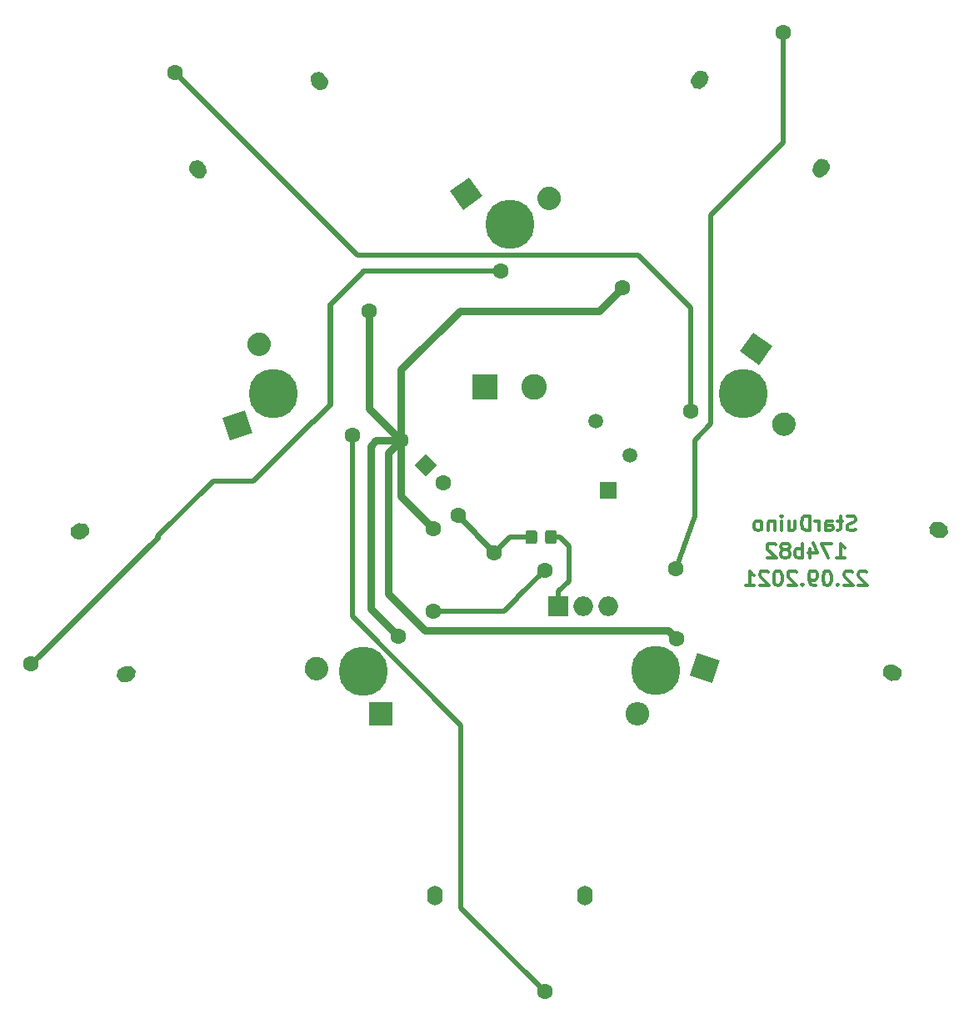
<source format=gbr>
%TF.GenerationSoftware,KiCad,Pcbnew,(5.1.8)-1*%
%TF.CreationDate,2021-10-28T00:16:18+03:00*%
%TF.ProjectId,StarDuino,53746172-4475-4696-9e6f-2e6b69636164,rev?*%
%TF.SameCoordinates,Original*%
%TF.FileFunction,Copper,L2,Bot*%
%TF.FilePolarity,Positive*%
%FSLAX46Y46*%
G04 Gerber Fmt 4.6, Leading zero omitted, Abs format (unit mm)*
G04 Created by KiCad (PCBNEW (5.1.8)-1) date 2021-10-28 00:16:18*
%MOMM*%
%LPD*%
G01*
G04 APERTURE LIST*
%TA.AperFunction,NonConductor*%
%ADD10C,0.300000*%
%TD*%
%TA.AperFunction,ComponentPad*%
%ADD11O,2.400000X2.400000*%
%TD*%
%TA.AperFunction,ComponentPad*%
%ADD12R,2.400000X2.400000*%
%TD*%
%TA.AperFunction,ComponentPad*%
%ADD13C,0.100000*%
%TD*%
%TA.AperFunction,ComponentPad*%
%ADD14R,1.700000X1.700000*%
%TD*%
%TA.AperFunction,ComponentPad*%
%ADD15C,0.800000*%
%TD*%
%TA.AperFunction,ComponentPad*%
%ADD16C,5.000000*%
%TD*%
%TA.AperFunction,ComponentPad*%
%ADD17O,2.000000X2.000000*%
%TD*%
%TA.AperFunction,ComponentPad*%
%ADD18R,2.000000X2.000000*%
%TD*%
%TA.AperFunction,ComponentPad*%
%ADD19C,1.600000*%
%TD*%
%TA.AperFunction,ComponentPad*%
%ADD20R,2.600000X2.600000*%
%TD*%
%TA.AperFunction,ComponentPad*%
%ADD21C,2.600000*%
%TD*%
%TA.AperFunction,ComponentPad*%
%ADD22C,1.500000*%
%TD*%
%TA.AperFunction,ComponentPad*%
%ADD23O,1.600000X2.000000*%
%TD*%
%TA.AperFunction,ViaPad*%
%ADD24C,1.600000*%
%TD*%
%TA.AperFunction,Conductor*%
%ADD25C,0.600000*%
%TD*%
%TA.AperFunction,Conductor*%
%ADD26C,0.500000*%
%TD*%
%TA.AperFunction,Conductor*%
%ADD27C,0.800000*%
%TD*%
G04 APERTURE END LIST*
D10*
X141016857Y-101048428D02*
X140945428Y-100977000D01*
X140802571Y-100905571D01*
X140445428Y-100905571D01*
X140302571Y-100977000D01*
X140231142Y-101048428D01*
X140159714Y-101191285D01*
X140159714Y-101334142D01*
X140231142Y-101548428D01*
X141088285Y-102405571D01*
X140159714Y-102405571D01*
X139588285Y-101048428D02*
X139516857Y-100977000D01*
X139374000Y-100905571D01*
X139016857Y-100905571D01*
X138874000Y-100977000D01*
X138802571Y-101048428D01*
X138731142Y-101191285D01*
X138731142Y-101334142D01*
X138802571Y-101548428D01*
X139659714Y-102405571D01*
X138731142Y-102405571D01*
X138088285Y-102262714D02*
X138016857Y-102334142D01*
X138088285Y-102405571D01*
X138159714Y-102334142D01*
X138088285Y-102262714D01*
X138088285Y-102405571D01*
X137088285Y-100905571D02*
X136945428Y-100905571D01*
X136802571Y-100977000D01*
X136731142Y-101048428D01*
X136659714Y-101191285D01*
X136588285Y-101477000D01*
X136588285Y-101834142D01*
X136659714Y-102119857D01*
X136731142Y-102262714D01*
X136802571Y-102334142D01*
X136945428Y-102405571D01*
X137088285Y-102405571D01*
X137231142Y-102334142D01*
X137302571Y-102262714D01*
X137374000Y-102119857D01*
X137445428Y-101834142D01*
X137445428Y-101477000D01*
X137374000Y-101191285D01*
X137302571Y-101048428D01*
X137231142Y-100977000D01*
X137088285Y-100905571D01*
X135874000Y-102405571D02*
X135588285Y-102405571D01*
X135445428Y-102334142D01*
X135374000Y-102262714D01*
X135231142Y-102048428D01*
X135159714Y-101762714D01*
X135159714Y-101191285D01*
X135231142Y-101048428D01*
X135302571Y-100977000D01*
X135445428Y-100905571D01*
X135731142Y-100905571D01*
X135874000Y-100977000D01*
X135945428Y-101048428D01*
X136016857Y-101191285D01*
X136016857Y-101548428D01*
X135945428Y-101691285D01*
X135874000Y-101762714D01*
X135731142Y-101834142D01*
X135445428Y-101834142D01*
X135302571Y-101762714D01*
X135231142Y-101691285D01*
X135159714Y-101548428D01*
X134516857Y-102262714D02*
X134445428Y-102334142D01*
X134516857Y-102405571D01*
X134588285Y-102334142D01*
X134516857Y-102262714D01*
X134516857Y-102405571D01*
X133874000Y-101048428D02*
X133802571Y-100977000D01*
X133659714Y-100905571D01*
X133302571Y-100905571D01*
X133159714Y-100977000D01*
X133088285Y-101048428D01*
X133016857Y-101191285D01*
X133016857Y-101334142D01*
X133088285Y-101548428D01*
X133945428Y-102405571D01*
X133016857Y-102405571D01*
X132088285Y-100905571D02*
X131945428Y-100905571D01*
X131802571Y-100977000D01*
X131731142Y-101048428D01*
X131659714Y-101191285D01*
X131588285Y-101477000D01*
X131588285Y-101834142D01*
X131659714Y-102119857D01*
X131731142Y-102262714D01*
X131802571Y-102334142D01*
X131945428Y-102405571D01*
X132088285Y-102405571D01*
X132231142Y-102334142D01*
X132302571Y-102262714D01*
X132374000Y-102119857D01*
X132445428Y-101834142D01*
X132445428Y-101477000D01*
X132374000Y-101191285D01*
X132302571Y-101048428D01*
X132231142Y-100977000D01*
X132088285Y-100905571D01*
X131016857Y-101048428D02*
X130945428Y-100977000D01*
X130802571Y-100905571D01*
X130445428Y-100905571D01*
X130302571Y-100977000D01*
X130231142Y-101048428D01*
X130159714Y-101191285D01*
X130159714Y-101334142D01*
X130231142Y-101548428D01*
X131088285Y-102405571D01*
X130159714Y-102405571D01*
X128731142Y-102405571D02*
X129588285Y-102405571D01*
X129159714Y-102405571D02*
X129159714Y-100905571D01*
X129302571Y-101119857D01*
X129445428Y-101262714D01*
X129588285Y-101334142D01*
X137981142Y-99611571D02*
X138838285Y-99611571D01*
X138409714Y-99611571D02*
X138409714Y-98111571D01*
X138552571Y-98325857D01*
X138695428Y-98468714D01*
X138838285Y-98540142D01*
X137481142Y-98111571D02*
X136481142Y-98111571D01*
X137124000Y-99611571D01*
X135266857Y-98611571D02*
X135266857Y-99611571D01*
X135624000Y-98040142D02*
X135981142Y-99111571D01*
X135052571Y-99111571D01*
X134481142Y-99611571D02*
X134481142Y-98111571D01*
X134481142Y-98683000D02*
X134338285Y-98611571D01*
X134052571Y-98611571D01*
X133909714Y-98683000D01*
X133838285Y-98754428D01*
X133766857Y-98897285D01*
X133766857Y-99325857D01*
X133838285Y-99468714D01*
X133909714Y-99540142D01*
X134052571Y-99611571D01*
X134338285Y-99611571D01*
X134481142Y-99540142D01*
X132909714Y-98754428D02*
X133052571Y-98683000D01*
X133124000Y-98611571D01*
X133195428Y-98468714D01*
X133195428Y-98397285D01*
X133124000Y-98254428D01*
X133052571Y-98183000D01*
X132909714Y-98111571D01*
X132624000Y-98111571D01*
X132481142Y-98183000D01*
X132409714Y-98254428D01*
X132338285Y-98397285D01*
X132338285Y-98468714D01*
X132409714Y-98611571D01*
X132481142Y-98683000D01*
X132624000Y-98754428D01*
X132909714Y-98754428D01*
X133052571Y-98825857D01*
X133124000Y-98897285D01*
X133195428Y-99040142D01*
X133195428Y-99325857D01*
X133124000Y-99468714D01*
X133052571Y-99540142D01*
X132909714Y-99611571D01*
X132624000Y-99611571D01*
X132481142Y-99540142D01*
X132409714Y-99468714D01*
X132338285Y-99325857D01*
X132338285Y-99040142D01*
X132409714Y-98897285D01*
X132481142Y-98825857D01*
X132624000Y-98754428D01*
X131766857Y-98254428D02*
X131695428Y-98183000D01*
X131552571Y-98111571D01*
X131195428Y-98111571D01*
X131052571Y-98183000D01*
X130981142Y-98254428D01*
X130909714Y-98397285D01*
X130909714Y-98540142D01*
X130981142Y-98754428D01*
X131838285Y-99611571D01*
X130909714Y-99611571D01*
X139889857Y-96746142D02*
X139675571Y-96817571D01*
X139318428Y-96817571D01*
X139175571Y-96746142D01*
X139104142Y-96674714D01*
X139032714Y-96531857D01*
X139032714Y-96389000D01*
X139104142Y-96246142D01*
X139175571Y-96174714D01*
X139318428Y-96103285D01*
X139604142Y-96031857D01*
X139747000Y-95960428D01*
X139818428Y-95889000D01*
X139889857Y-95746142D01*
X139889857Y-95603285D01*
X139818428Y-95460428D01*
X139747000Y-95389000D01*
X139604142Y-95317571D01*
X139247000Y-95317571D01*
X139032714Y-95389000D01*
X138604142Y-95817571D02*
X138032714Y-95817571D01*
X138389857Y-95317571D02*
X138389857Y-96603285D01*
X138318428Y-96746142D01*
X138175571Y-96817571D01*
X138032714Y-96817571D01*
X136889857Y-96817571D02*
X136889857Y-96031857D01*
X136961285Y-95889000D01*
X137104142Y-95817571D01*
X137389857Y-95817571D01*
X137532714Y-95889000D01*
X136889857Y-96746142D02*
X137032714Y-96817571D01*
X137389857Y-96817571D01*
X137532714Y-96746142D01*
X137604142Y-96603285D01*
X137604142Y-96460428D01*
X137532714Y-96317571D01*
X137389857Y-96246142D01*
X137032714Y-96246142D01*
X136889857Y-96174714D01*
X136175571Y-96817571D02*
X136175571Y-95817571D01*
X136175571Y-96103285D02*
X136104142Y-95960428D01*
X136032714Y-95889000D01*
X135889857Y-95817571D01*
X135747000Y-95817571D01*
X135247000Y-96817571D02*
X135247000Y-95317571D01*
X134889857Y-95317571D01*
X134675571Y-95389000D01*
X134532714Y-95531857D01*
X134461285Y-95674714D01*
X134389857Y-95960428D01*
X134389857Y-96174714D01*
X134461285Y-96460428D01*
X134532714Y-96603285D01*
X134675571Y-96746142D01*
X134889857Y-96817571D01*
X135247000Y-96817571D01*
X133104142Y-95817571D02*
X133104142Y-96817571D01*
X133747000Y-95817571D02*
X133747000Y-96603285D01*
X133675571Y-96746142D01*
X133532714Y-96817571D01*
X133318428Y-96817571D01*
X133175571Y-96746142D01*
X133104142Y-96674714D01*
X132389857Y-96817571D02*
X132389857Y-95817571D01*
X132389857Y-95317571D02*
X132461285Y-95389000D01*
X132389857Y-95460428D01*
X132318428Y-95389000D01*
X132389857Y-95317571D01*
X132389857Y-95460428D01*
X131675571Y-95817571D02*
X131675571Y-96817571D01*
X131675571Y-95960428D02*
X131604142Y-95889000D01*
X131461285Y-95817571D01*
X131247000Y-95817571D01*
X131104142Y-95889000D01*
X131032714Y-96031857D01*
X131032714Y-96817571D01*
X130104142Y-96817571D02*
X130247000Y-96746142D01*
X130318428Y-96674714D01*
X130389857Y-96531857D01*
X130389857Y-96103285D01*
X130318428Y-95960428D01*
X130247000Y-95889000D01*
X130104142Y-95817571D01*
X129889857Y-95817571D01*
X129747000Y-95889000D01*
X129675571Y-95960428D01*
X129604142Y-96103285D01*
X129604142Y-96531857D01*
X129675571Y-96674714D01*
X129747000Y-96746142D01*
X129889857Y-96817571D01*
X130104142Y-96817571D01*
%TO.P,R5,2*%
%TO.N,Net-(C5-Pad1)*%
%TA.AperFunction,SMDPad,CuDef*%
G36*
G01*
X108350000Y-97922501D02*
X108350000Y-97022499D01*
G75*
G02*
X108599999Y-96772500I249999J0D01*
G01*
X109300001Y-96772500D01*
G75*
G02*
X109550000Y-97022499I0J-249999D01*
G01*
X109550000Y-97922501D01*
G75*
G02*
X109300001Y-98172500I-249999J0D01*
G01*
X108599999Y-98172500D01*
G75*
G02*
X108350000Y-97922501I0J249999D01*
G01*
G37*
%TD.AperFunction*%
%TO.P,R5,1*%
%TO.N,GND*%
%TA.AperFunction,SMDPad,CuDef*%
G36*
G01*
X106350000Y-97922501D02*
X106350000Y-97022499D01*
G75*
G02*
X106599999Y-96772500I249999J0D01*
G01*
X107300001Y-96772500D01*
G75*
G02*
X107550000Y-97022499I0J-249999D01*
G01*
X107550000Y-97922501D01*
G75*
G02*
X107300001Y-98172500I-249999J0D01*
G01*
X106599999Y-98172500D01*
G75*
G02*
X106350000Y-97922501I0J249999D01*
G01*
G37*
%TD.AperFunction*%
%TD*%
D11*
%TO.P,C10,2*%
%TO.N,GND*%
X117694000Y-115443000D03*
D12*
%TO.P,C10,1*%
%TO.N,VCC*%
X91694000Y-115443000D03*
%TD*%
%TO.P,C9,2*%
%TO.N,GND*%
%TA.AperFunction,ComponentPad*%
G36*
G01*
X84752622Y-109692201D02*
X84752622Y-109692201D01*
G75*
G02*
X86264710Y-110462649I370820J-1141268D01*
G01*
X86264710Y-110462649D01*
G75*
G02*
X85494262Y-111974737I-1141268J-370820D01*
G01*
X85494262Y-111974737D01*
G75*
G02*
X83982174Y-111204289I-370820J1141268D01*
G01*
X83982174Y-111204289D01*
G75*
G02*
X84752622Y-109692201I1141268J370820D01*
G01*
G37*
%TD.AperFunction*%
%TA.AperFunction,ComponentPad*%
D13*
%TO.P,C9,1*%
%TO.N,VCC*%
G36*
X75576912Y-85335553D02*
G01*
X77859447Y-84593912D01*
X78601088Y-86876447D01*
X76318553Y-87618088D01*
X75576912Y-85335553D01*
G37*
%TD.AperFunction*%
%TD*%
%TO.P,C8,2*%
%TO.N,GND*%
%TA.AperFunction,ComponentPad*%
G36*
G01*
X109730378Y-63781925D02*
X109730378Y-63781925D01*
G75*
G02*
X108054216Y-64047403I-970820J705342D01*
G01*
X108054216Y-64047403D01*
G75*
G02*
X107788738Y-62371241I705342J970820D01*
G01*
X107788738Y-62371241D01*
G75*
G02*
X109464900Y-62105763I970820J-705342D01*
G01*
X109464900Y-62105763D01*
G75*
G02*
X109730378Y-63781925I-705342J-970820D01*
G01*
G37*
%TD.AperFunction*%
%TA.AperFunction,ComponentPad*%
%TO.P,C8,1*%
%TO.N,VCC*%
G36*
X131470163Y-78093522D02*
G01*
X130059478Y-80035163D01*
X128117837Y-78624478D01*
X129528522Y-76682837D01*
X131470163Y-78093522D01*
G37*
%TD.AperFunction*%
%TD*%
%TO.P,C7,2*%
%TO.N,GND*%
%TA.AperFunction,ComponentPad*%
G36*
G01*
X132250622Y-87157799D02*
X132250622Y-87157799D01*
G75*
G02*
X131480174Y-85645711I370820J1141268D01*
G01*
X131480174Y-85645711D01*
G75*
G02*
X132992262Y-84875263I1141268J-370820D01*
G01*
X132992262Y-84875263D01*
G75*
G02*
X133762710Y-86387351I-370820J-1141268D01*
G01*
X133762710Y-86387351D01*
G75*
G02*
X132250622Y-87157799I-1141268J370820D01*
G01*
G37*
%TD.AperFunction*%
%TA.AperFunction,ComponentPad*%
%TO.P,C7,1*%
%TO.N,VCC*%
G36*
X125357447Y-112256088D02*
G01*
X123074912Y-111514447D01*
X123816553Y-109231912D01*
X126099088Y-109973553D01*
X125357447Y-112256088D01*
G37*
%TD.AperFunction*%
%TD*%
D14*
%TO.P,J3,1*%
%TO.N,GND*%
X114744500Y-92710000D03*
%TD*%
%TO.P,C6,2*%
%TO.N,GND*%
%TA.AperFunction,ComponentPad*%
G36*
G01*
X80266378Y-77188075D02*
X80266378Y-77188075D01*
G75*
G02*
X80000900Y-78864237I-970820J-705342D01*
G01*
X80000900Y-78864237D01*
G75*
G02*
X78324738Y-78598759I-705342J970820D01*
G01*
X78324738Y-78598759D01*
G75*
G02*
X78590216Y-76922597I970820J705342D01*
G01*
X78590216Y-76922597D01*
G75*
G02*
X80266378Y-77188075I705342J-970820D01*
G01*
G37*
%TD.AperFunction*%
%TA.AperFunction,ComponentPad*%
D13*
%TO.P,C6,1*%
%TO.N,VCC*%
G36*
X100595478Y-60934837D02*
G01*
X102006163Y-62876478D01*
X100064522Y-64287163D01*
X98653837Y-62345522D01*
X100595478Y-60934837D01*
G37*
%TD.AperFunction*%
%TD*%
D15*
%TO.P,H10,1*%
%TO.N,Net-(H10-Pad1)*%
X82097825Y-81541675D03*
X80772000Y-80992500D03*
X79446175Y-81541675D03*
X78897000Y-82867500D03*
X79446175Y-84193325D03*
X80772000Y-84742500D03*
X82097825Y-84193325D03*
X82647000Y-82867500D03*
D16*
X80772000Y-82867500D03*
%TD*%
D15*
%TO.P,H9,1*%
%TO.N,Net-(H9-Pad1)*%
X106075770Y-64396675D03*
X104749945Y-63847500D03*
X103424120Y-64396675D03*
X102874945Y-65722500D03*
X103424120Y-67048325D03*
X104749945Y-67597500D03*
X106075770Y-67048325D03*
X106624945Y-65722500D03*
D16*
X104749945Y-65722500D03*
%TD*%
D15*
%TO.P,H8,1*%
%TO.N,Net-(H8-Pad1)*%
X91241825Y-109799175D03*
X89916000Y-109250000D03*
X88590175Y-109799175D03*
X88041000Y-111125000D03*
X88590175Y-112450825D03*
X89916000Y-113000000D03*
X91241825Y-112450825D03*
X91791000Y-111125000D03*
D16*
X89916000Y-111125000D03*
%TD*%
D15*
%TO.P,H7,1*%
%TO.N,Net-(H7-Pad1)*%
X120959825Y-109672175D03*
X119634000Y-109123000D03*
X118308175Y-109672175D03*
X117759000Y-110998000D03*
X118308175Y-112323825D03*
X119634000Y-112873000D03*
X120959825Y-112323825D03*
X121509000Y-110998000D03*
D16*
X119634000Y-110998000D03*
%TD*%
D15*
%TO.P,H6,1*%
%TO.N,Net-(H6-Pad1)*%
X129849825Y-81605175D03*
X128524000Y-81056000D03*
X127198175Y-81605175D03*
X126649000Y-82931000D03*
X127198175Y-84256825D03*
X128524000Y-84806000D03*
X129849825Y-84256825D03*
X130399000Y-82931000D03*
D16*
X128524000Y-82931000D03*
%TD*%
D17*
%TO.P,J2,3*%
%TO.N,Net-(J2-Pad3)*%
X114807999Y-104521000D03*
%TO.P,J2,2*%
%TO.N,Net-(J2-Pad2)*%
X112268000Y-104521000D03*
D18*
%TO.P,J2,1*%
%TO.N,Net-(C5-Pad1)*%
X109728000Y-104521000D03*
%TD*%
%TA.AperFunction,ComponentPad*%
D13*
%TO.P,C3,1*%
%TO.N,VCC*%
G36*
X95071129Y-90170000D02*
G01*
X96202500Y-89038629D01*
X97333871Y-90170000D01*
X96202500Y-91301371D01*
X95071129Y-90170000D01*
G37*
%TD.AperFunction*%
D19*
%TO.P,C3,2*%
%TO.N,GND*%
X97970267Y-91937767D03*
%TD*%
D20*
%TO.P,J1,1*%
%TO.N,Net-(J1-Pad1)*%
X102235000Y-82232500D03*
D21*
%TO.P,J1,2*%
%TO.N,GND*%
X107235000Y-82232500D03*
%TD*%
D22*
%TO.P,Y1,1*%
%TO.N,Net-(C1-Pad1)*%
X113538000Y-85725000D03*
%TO.P,Y1,2*%
%TO.N,Net-(C2-Pad1)*%
X116988681Y-89175681D03*
%TD*%
%TO.P,C11,1*%
%TO.N,VCC*%
%TA.AperFunction,ComponentPad*%
G36*
G01*
X60639156Y-96185857D02*
X61019578Y-96062251D01*
G75*
G02*
X62027637Y-96575882I247214J-760845D01*
G01*
X62027637Y-96575882D01*
G75*
G02*
X61514006Y-97583941I-760845J-247214D01*
G01*
X61133584Y-97707547D01*
G75*
G02*
X60125525Y-97193916I-247214J760845D01*
G01*
X60125525Y-97193916D01*
G75*
G02*
X60639156Y-96185857I760845J247214D01*
G01*
G37*
%TD.AperFunction*%
%TO.P,C11,2*%
%TO.N,GND*%
%TA.AperFunction,ComponentPad*%
G36*
G01*
X65348575Y-110679958D02*
X65728997Y-110556352D01*
G75*
G02*
X66737056Y-111069983I247214J-760845D01*
G01*
X66737056Y-111069983D01*
G75*
G02*
X66223425Y-112078042I-760845J-247214D01*
G01*
X65843003Y-112201648D01*
G75*
G02*
X64834944Y-111688017I-247214J760845D01*
G01*
X64834944Y-111688017D01*
G75*
G02*
X65348575Y-110679958I760845J247214D01*
G01*
G37*
%TD.AperFunction*%
%TD*%
%TO.P,C12,2*%
%TO.N,GND*%
%TA.AperFunction,ComponentPad*%
G36*
G01*
X124833352Y-51362425D02*
X124598238Y-51686031D01*
G75*
G02*
X123480796Y-51863017I-647214J470228D01*
G01*
X123480796Y-51863017D01*
G75*
G02*
X123303810Y-50745575I470228J647214D01*
G01*
X123538924Y-50421969D01*
G75*
G02*
X124656366Y-50244983I647214J-470228D01*
G01*
X124656366Y-50244983D01*
G75*
G02*
X124833352Y-51362425I-470228J-647214D01*
G01*
G37*
%TD.AperFunction*%
%TO.P,C12,1*%
%TO.N,VCC*%
%TA.AperFunction,ComponentPad*%
G36*
G01*
X137162771Y-60320272D02*
X136927657Y-60643878D01*
G75*
G02*
X135810215Y-60820864I-647214J470228D01*
G01*
X135810215Y-60820864D01*
G75*
G02*
X135633229Y-59703422I470228J647214D01*
G01*
X135868343Y-59379816D01*
G75*
G02*
X136985785Y-59202830I647214J-470228D01*
G01*
X136985785Y-59202830D01*
G75*
G02*
X137162771Y-60320272I-470228J-647214D01*
G01*
G37*
%TD.AperFunction*%
%TD*%
%TO.P,C13,1*%
%TO.N,VCC*%
%TA.AperFunction,ComponentPad*%
G36*
G01*
X85937157Y-50548969D02*
X86172271Y-50872575D01*
G75*
G02*
X85995285Y-51990017I-647214J-470228D01*
G01*
X85995285Y-51990017D01*
G75*
G02*
X84877843Y-51813031I-470228J647214D01*
G01*
X84642729Y-51489425D01*
G75*
G02*
X84819715Y-50371983I647214J470228D01*
G01*
X84819715Y-50371983D01*
G75*
G02*
X85937157Y-50548969I470228J-647214D01*
G01*
G37*
%TD.AperFunction*%
%TO.P,C13,2*%
%TO.N,GND*%
%TA.AperFunction,ComponentPad*%
G36*
G01*
X73607738Y-59506816D02*
X73842852Y-59830422D01*
G75*
G02*
X73665866Y-60947864I-647214J-470228D01*
G01*
X73665866Y-60947864D01*
G75*
G02*
X72548424Y-60770878I-470228J647214D01*
G01*
X72313310Y-60447272D01*
G75*
G02*
X72490296Y-59329830I647214J470228D01*
G01*
X72490296Y-59329830D01*
G75*
G02*
X73607738Y-59506816I470228J-647214D01*
G01*
G37*
%TD.AperFunction*%
%TD*%
D23*
%TO.P,C14,2*%
%TO.N,GND*%
X112395000Y-133858000D03*
%TO.P,C14,1*%
%TO.N,VCC*%
X97155000Y-133858000D03*
%TD*%
%TO.P,C15,1*%
%TO.N,VCC*%
%TA.AperFunction,ComponentPad*%
G36*
G01*
X143579997Y-112074648D02*
X143199575Y-111951042D01*
G75*
G02*
X142685944Y-110942983I247214J760845D01*
G01*
X142685944Y-110942983D01*
G75*
G02*
X143694003Y-110429352I760845J-247214D01*
G01*
X144074425Y-110552958D01*
G75*
G02*
X144588056Y-111561017I-247214J-760845D01*
G01*
X144588056Y-111561017D01*
G75*
G02*
X143579997Y-112074648I-760845J247214D01*
G01*
G37*
%TD.AperFunction*%
%TO.P,C15,2*%
%TO.N,GND*%
%TA.AperFunction,ComponentPad*%
G36*
G01*
X148289416Y-97580547D02*
X147908994Y-97456941D01*
G75*
G02*
X147395363Y-96448882I247214J760845D01*
G01*
X147395363Y-96448882D01*
G75*
G02*
X148403422Y-95935251I760845J-247214D01*
G01*
X148783844Y-96058857D01*
G75*
G02*
X149297475Y-97066916I-247214J-760845D01*
G01*
X149297475Y-97066916D01*
G75*
G02*
X148289416Y-97580547I-760845J247214D01*
G01*
G37*
%TD.AperFunction*%
%TD*%
D24*
%TO.N,GND*%
X103187500Y-99060000D03*
X99568000Y-95250000D03*
%TO.N,VCC*%
X90485221Y-74509694D03*
X116190587Y-72121587D03*
X93472000Y-107569000D03*
X93694250Y-87661750D03*
X97028000Y-96647000D03*
X121743924Y-107809336D03*
%TO.N,Net-(D21-Pad2)*%
X56134000Y-110363000D03*
X103822500Y-70485000D03*
%TO.N,Net-(D33-Pad2)*%
X70739000Y-50292000D03*
X123190000Y-84709000D03*
%TO.N,Net-(D45-Pad2)*%
X121666000Y-100647500D03*
X132588000Y-46228000D03*
%TO.N,Net-(D4-Pad4)*%
X108331000Y-100838000D03*
X97028000Y-105029000D03*
%TO.N,Net-(D16-Pad4)*%
X88759936Y-87135064D03*
X108331000Y-143637000D03*
%TD*%
D25*
%TO.N,GND*%
X99568000Y-95250000D02*
X103187500Y-99060000D01*
D26*
X104775000Y-97472500D02*
X103187500Y-99060000D01*
X106950000Y-97472500D02*
X104775000Y-97472500D01*
D27*
%TO.N,VCC*%
X113802480Y-74509694D02*
X116190587Y-72121587D01*
D25*
X93726000Y-107315000D02*
X93472000Y-107569000D01*
D27*
X90485221Y-84452721D02*
X93694250Y-87661750D01*
X90485221Y-74509694D02*
X90485221Y-84452721D01*
X113802480Y-74509694D02*
X99670806Y-74509694D01*
X93694250Y-80486250D02*
X93694250Y-87661750D01*
X99670806Y-74509694D02*
X93694250Y-80486250D01*
D25*
X90614500Y-99885500D02*
X90730013Y-100001013D01*
D27*
X90614500Y-90678000D02*
X90614500Y-99885500D01*
X90614500Y-104711500D02*
X93472000Y-107569000D01*
X90614500Y-99885500D02*
X90614500Y-104711500D01*
X93694250Y-93313250D02*
X94361000Y-93980000D01*
X93694250Y-87661750D02*
X93694250Y-93313250D01*
X94361000Y-93980000D02*
X97028000Y-96647000D01*
D25*
X93694250Y-87661750D02*
X93694250Y-88550750D01*
D27*
X93694250Y-87661750D02*
X91154250Y-87661750D01*
X90614500Y-88201500D02*
X90614500Y-90678000D01*
X91154250Y-87661750D02*
X90614500Y-88201500D01*
X96139000Y-106934000D02*
X106553000Y-106934000D01*
X92456000Y-103251000D02*
X96139000Y-106934000D01*
X92456000Y-88900000D02*
X92456000Y-103251000D01*
X93694250Y-87661750D02*
X92456000Y-88900000D01*
X120868588Y-106934000D02*
X121743924Y-107809336D01*
X106553000Y-106934000D02*
X120868588Y-106934000D01*
D25*
%TO.N,Net-(D21-Pad2)*%
X56134000Y-110363000D02*
X68961000Y-97536000D01*
D26*
X89852500Y-70485000D02*
X89757250Y-70580250D01*
X103822500Y-70485000D02*
X89852500Y-70485000D01*
D25*
X86518750Y-83978750D02*
X86518750Y-73818750D01*
X84772500Y-85725000D02*
X86518750Y-83978750D01*
X86518750Y-73818750D02*
X89757250Y-70580250D01*
D26*
X68961000Y-97536000D02*
X68961000Y-97409000D01*
X84772500Y-85725000D02*
X78740000Y-91757500D01*
X78740000Y-91757500D02*
X74612500Y-91757500D01*
X68961000Y-97409000D02*
X74612500Y-91757500D01*
%TO.N,Net-(D33-Pad2)*%
X117856000Y-68834000D02*
X123190000Y-74168000D01*
X123190000Y-74168000D02*
X123190000Y-84709000D01*
X89281000Y-68834000D02*
X117856000Y-68834000D01*
X70739000Y-50292000D02*
X89281000Y-68834000D01*
%TO.N,Net-(D45-Pad2)*%
X132588000Y-46228000D02*
X132588000Y-46101000D01*
X125222000Y-64770000D02*
X132588000Y-57404000D01*
X125222000Y-85979000D02*
X125222000Y-64770000D01*
X123571000Y-87630000D02*
X125222000Y-85979000D01*
X132588000Y-57404000D02*
X132588000Y-46228000D01*
X123571000Y-95377000D02*
X123571000Y-87630000D01*
X123571000Y-95377000D02*
X121666000Y-100774500D01*
%TO.N,Net-(D4-Pad4)*%
X105574740Y-103594260D02*
X108331000Y-100838000D01*
X105574740Y-103632000D02*
X105574740Y-103594260D01*
X104177740Y-105029000D02*
X105574740Y-103632000D01*
X97028000Y-105029000D02*
X104177740Y-105029000D01*
%TO.N,Net-(D16-Pad4)*%
X99822000Y-135128000D02*
X108331000Y-143637000D01*
X99822000Y-116586000D02*
X99822000Y-135128000D01*
X88759936Y-105523936D02*
X99822000Y-116586000D01*
X88759936Y-87135064D02*
X88759936Y-105523936D01*
%TO.N,Net-(C5-Pad1)*%
X108950000Y-97472500D02*
X109855000Y-97472500D01*
X109855000Y-97472500D02*
X110807500Y-98425000D01*
X110807500Y-98425000D02*
X110807500Y-101917500D01*
X109728000Y-102997000D02*
X109728000Y-104521000D01*
X110807500Y-101917500D02*
X109728000Y-102997000D01*
%TD*%
M02*

</source>
